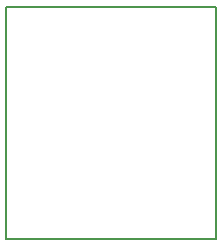
<source format=gbr>
G04 #@! TF.FileFunction,Profile,NP*
%FSLAX46Y46*%
G04 Gerber Fmt 4.6, Leading zero omitted, Abs format (unit mm)*
G04 Created by KiCad (PCBNEW 0.201511192131+6326~38~ubuntu14.04.1-stable) date Thu 11 Feb 2016 05:33:09 PM EST*
%MOMM*%
G01*
G04 APERTURE LIST*
%ADD10C,0.100000*%
%ADD11C,0.150000*%
G04 APERTURE END LIST*
D10*
D11*
X149860000Y-97790000D02*
X149860000Y-117475000D01*
X167640000Y-97790000D02*
X149860000Y-97790000D01*
X167640000Y-117475000D02*
X167640000Y-97790000D01*
X149860000Y-117475000D02*
X167640000Y-117475000D01*
M02*

</source>
